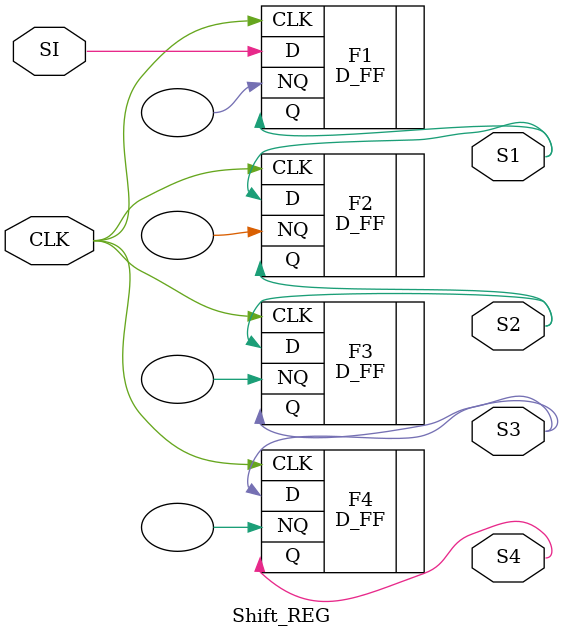
<source format=v>
module Shift_REG(CLK, SI, S1, S2, S3, S4);
    input SI, CLK;
    output S1, S2, S3, S4;
    wire S1, S2, S3, S4;
   
    D_FF F1(.CLK(CLK), .D(SI),   .Q(S1), .NQ());
    D_FF F2(.CLK(CLK), .D(S1),.Q(S2), .NQ());
    D_FF F3(.CLK(CLK), .D(S2),.Q(S3), .NQ());
    D_FF F4(.CLK(CLK), .D(S3),.Q(S4), .NQ());
endmodule

</source>
